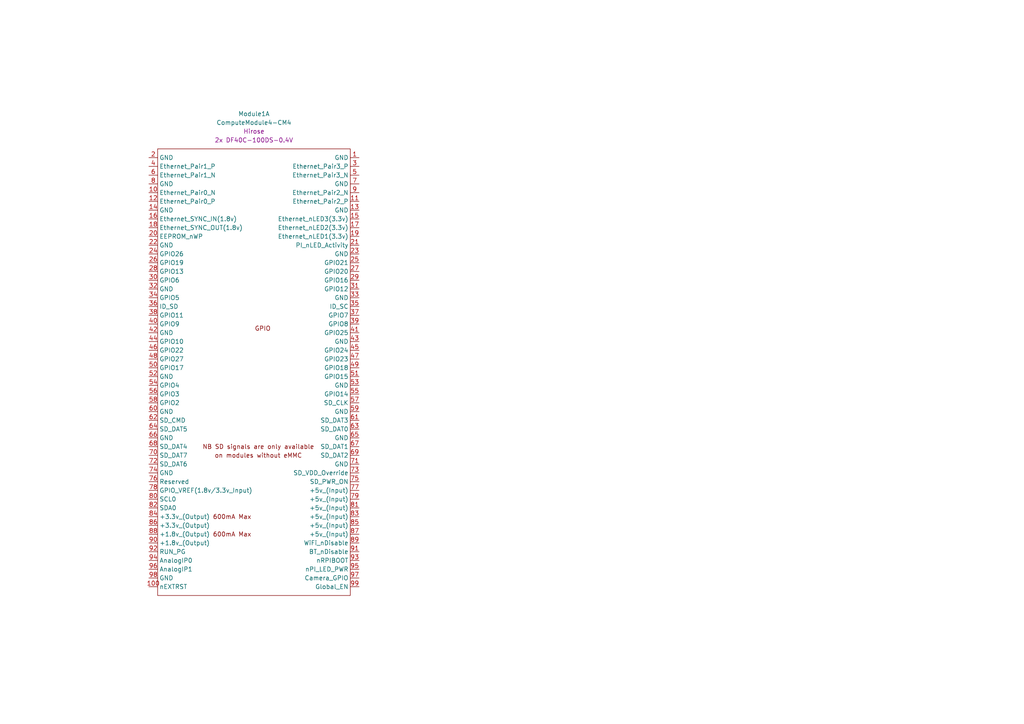
<source format=kicad_sch>
(kicad_sch (version 20201015) (generator eeschema)
  (page 1 3)
  (paper "A4")
  (title_block (title "Raspberry Pi Compute Module 4 Shoe Template") (date "2020-10-31") (rev "v01") (comment 2 "creativecommons.org/licenses/by-sa/4.0") (comment 3 "License: CC BY-SA 4.0") (comment 4 "Author: Shawn Hymel"))
  (lib_symbols
    (symbol "CM4IO:ComputeModule4-CM4"
      (property "Reference" "Module" (at 113.03 -68.58 0))
      (property "Value" "ComputeModule4-CM4" (at 140.97 2.54 0))
      (property "Field4" "Hirose" (at 0 0 0))
      (property "Field5" "2x DF40C-100DS-0.4V" (at 0 -2.54 0))
      (symbol "ComputeModule4-CM4_1_0"
        (text "GPIO" (at 0 6.35 0) (effects (font (size 1.27 1.27))))
      )
      (symbol "ComputeModule4-CM4_1_1"
        (text "600mA Max" (at -8.89 -53.34 0) (effects (font (size 1.27 1.27))))
        (text "600mA Max" (at -8.89 -48.26 0) (effects (font (size 1.27 1.27))))
        (text "NB SD signals are only available" (at -1.27 -27.94 0) (effects (font (size 1.27 1.27))))
        (text "on modules without eMMC" (at -1.27 -30.48 0) (effects (font (size 1.27 1.27))))
        (rectangle (start -30.48 -71.12) (end 25.4 58.42))
        (pin power_in line (at 27.94 55.88 180) (length 2.54) (name "GND") (number "1"))
        (pin passive line (at -33.02 45.72 0) (length 2.54) (name "Ethernet_Pair0_N") (number "10"))
        (pin output line (at -33.02 -68.58 0) (length 2.54) (name "nEXTRST") (number "100"))
        (pin passive line (at 27.94 43.18 180) (length 2.54) (name "Ethernet_Pair2_P") (number "11"))
        (pin passive line (at -33.02 43.18 0) (length 2.54) (name "Ethernet_Pair0_P") (number "12"))
        (pin power_in line (at 27.94 40.64 180) (length 2.54) (name "GND") (number "13"))
        (pin power_in line (at -33.02 40.64 0) (length 2.54) (name "GND") (number "14"))
        (pin output line (at 27.94 38.1 180) (length 2.54) (name "Ethernet_nLED3(3.3v)") (number "15"))
        (pin input line (at -33.02 38.1 0) (length 2.54) (name "Ethernet_SYNC_IN(1.8v)") (number "16"))
        (pin output line (at 27.94 35.56 180) (length 2.54) (name "Ethernet_nLED2(3.3v)") (number "17"))
        (pin input line (at -33.02 35.56 0) (length 2.54) (name "Ethernet_SYNC_OUT(1.8v)") (number "18"))
        (pin output line (at 27.94 33.02 180) (length 2.54) (name "Ethernet_nLED1(3.3v)") (number "19"))
        (pin power_in line (at -33.02 55.88 0) (length 2.54) (name "GND") (number "2"))
        (pin passive line (at -33.02 33.02 0) (length 2.54) (name "EEPROM_nWP") (number "20"))
        (pin open_collector line (at 27.94 30.48 180) (length 2.54) (name "PI_nLED_Activity") (number "21"))
        (pin power_in line (at -33.02 30.48 0) (length 2.54) (name "GND") (number "22"))
        (pin power_in line (at 27.94 27.94 180) (length 2.54) (name "GND") (number "23"))
        (pin passive line (at -33.02 27.94 0) (length 2.54) (name "GPIO26") (number "24"))
        (pin passive line (at 27.94 25.4 180) (length 2.54) (name "GPIO21") (number "25"))
        (pin passive line (at -33.02 25.4 0) (length 2.54) (name "GPIO19") (number "26"))
        (pin passive line (at 27.94 22.86 180) (length 2.54) (name "GPIO20") (number "27"))
        (pin passive line (at -33.02 22.86 0) (length 2.54) (name "GPIO13") (number "28"))
        (pin passive line (at 27.94 20.32 180) (length 2.54) (name "GPIO16") (number "29"))
        (pin passive line (at 27.94 53.34 180) (length 2.54) (name "Ethernet_Pair3_P") (number "3"))
        (pin passive line (at -33.02 20.32 0) (length 2.54) (name "GPIO6") (number "30"))
        (pin passive line (at 27.94 17.78 180) (length 2.54) (name "GPIO12") (number "31"))
        (pin power_in line (at -33.02 17.78 0) (length 2.54) (name "GND") (number "32"))
        (pin power_in line (at 27.94 15.24 180) (length 2.54) (name "GND") (number "33"))
        (pin passive line (at -33.02 15.24 0) (length 2.54) (name "GPIO5") (number "34"))
        (pin passive line (at 27.94 12.7 180) (length 2.54) (name "ID_SC") (number "35"))
        (pin passive line (at -33.02 12.7 0) (length 2.54) (name "ID_SD") (number "36"))
        (pin passive line (at 27.94 10.16 180) (length 2.54) (name "GPIO7") (number "37"))
        (pin passive line (at -33.02 10.16 0) (length 2.54) (name "GPIO11") (number "38"))
        (pin passive line (at 27.94 7.62 180) (length 2.54) (name "GPIO8") (number "39"))
        (pin passive line (at -33.02 53.34 0) (length 2.54) (name "Ethernet_Pair1_P") (number "4"))
        (pin passive line (at -33.02 7.62 0) (length 2.54) (name "GPIO9") (number "40"))
        (pin passive line (at 27.94 5.08 180) (length 2.54) (name "GPIO25") (number "41"))
        (pin power_in line (at -33.02 5.08 0) (length 2.54) (name "GND") (number "42"))
        (pin power_in line (at 27.94 2.54 180) (length 2.54) (name "GND") (number "43"))
        (pin passive line (at -33.02 2.54 0) (length 2.54) (name "GPIO10") (number "44"))
        (pin passive line (at 27.94 0 180) (length 2.54) (name "GPIO24") (number "45"))
        (pin passive line (at -33.02 0 0) (length 2.54) (name "GPIO22") (number "46"))
        (pin passive line (at 27.94 -2.54 180) (length 2.54) (name "GPIO23") (number "47"))
        (pin passive line (at -33.02 -2.54 0) (length 2.54) (name "GPIO27") (number "48"))
        (pin passive line (at 27.94 -5.08 180) (length 2.54) (name "GPIO18") (number "49"))
        (pin passive line (at 27.94 50.8 180) (length 2.54) (name "Ethernet_Pair3_N") (number "5"))
        (pin passive line (at -33.02 -5.08 0) (length 2.54) (name "GPIO17") (number "50"))
        (pin passive line (at 27.94 -7.62 180) (length 2.54) (name "GPIO15") (number "51"))
        (pin power_in line (at -33.02 -7.62 0) (length 2.54) (name "GND") (number "52"))
        (pin power_in line (at 27.94 -10.16 180) (length 2.54) (name "GND") (number "53"))
        (pin passive line (at -33.02 -10.16 0) (length 2.54) (name "GPIO4") (number "54"))
        (pin passive line (at 27.94 -12.7 180) (length 2.54) (name "GPIO14") (number "55"))
        (pin passive line (at -33.02 -12.7 0) (length 2.54) (name "GPIO3") (number "56"))
        (pin passive line (at 27.94 -15.24 180) (length 2.54) (name "SD_CLK") (number "57"))
        (pin passive line (at -33.02 -15.24 0) (length 2.54) (name "GPIO2") (number "58"))
        (pin power_in line (at 27.94 -17.78 180) (length 2.54) (name "GND") (number "59"))
        (pin passive line (at -33.02 50.8 0) (length 2.54) (name "Ethernet_Pair1_N") (number "6"))
        (pin power_in line (at -33.02 -17.78 0) (length 2.54) (name "GND") (number "60"))
        (pin passive line (at 27.94 -20.32 180) (length 2.54) (name "SD_DAT3") (number "61"))
        (pin passive line (at -33.02 -20.32 0) (length 2.54) (name "SD_CMD") (number "62"))
        (pin passive line (at 27.94 -22.86 180) (length 2.54) (name "SD_DAT0") (number "63"))
        (pin passive line (at -33.02 -22.86 0) (length 2.54) (name "SD_DAT5") (number "64"))
        (pin power_in line (at 27.94 -25.4 180) (length 2.54) (name "GND") (number "65"))
        (pin power_in line (at -33.02 -25.4 0) (length 2.54) (name "GND") (number "66"))
        (pin passive line (at 27.94 -27.94 180) (length 2.54) (name "SD_DAT1") (number "67"))
        (pin passive line (at -33.02 -27.94 0) (length 2.54) (name "SD_DAT4") (number "68"))
        (pin passive line (at 27.94 -30.48 180) (length 2.54) (name "SD_DAT2") (number "69"))
        (pin power_in line (at 27.94 48.26 180) (length 2.54) (name "GND") (number "7"))
        (pin passive line (at -33.02 -30.48 0) (length 2.54) (name "SD_DAT7") (number "70"))
        (pin power_in line (at 27.94 -33.02 180) (length 2.54) (name "GND") (number "71"))
        (pin passive line (at -33.02 -33.02 0) (length 2.54) (name "SD_DAT6") (number "72"))
        (pin input line (at 27.94 -35.56 180) (length 2.54) (name "SD_VDD_Override") (number "73"))
        (pin power_in line (at -33.02 -35.56 0) (length 2.54) (name "GND") (number "74"))
        (pin output line (at 27.94 -38.1 180) (length 2.54) (name "SD_PWR_ON") (number "75"))
        (pin passive line (at -33.02 -38.1 0) (length 2.54) (name "Reserved") (number "76"))
        (pin power_in line (at 27.94 -40.64 180) (length 2.54) (name "+5v_(Input)") (number "77"))
        (pin power_in line (at -33.02 -40.64 0) (length 2.54) (name "GPIO_VREF(1.8v/3.3v_Input)") (number "78"))
        (pin power_in line (at 27.94 -43.18 180) (length 2.54) (name "+5v_(Input)") (number "79"))
        (pin power_in line (at -33.02 48.26 0) (length 2.54) (name "GND") (number "8"))
        (pin passive line (at -33.02 -43.18 0) (length 2.54) (name "SCL0") (number "80"))
        (pin power_in line (at 27.94 -45.72 180) (length 2.54) (name "+5v_(Input)") (number "81"))
        (pin passive line (at -33.02 -45.72 0) (length 2.54) (name "SDA0") (number "82"))
        (pin power_in line (at 27.94 -48.26 180) (length 2.54) (name "+5v_(Input)") (number "83"))
        (pin power_out line (at -33.02 -48.26 0) (length 2.54) (name "+3.3v_(Output)") (number "84"))
        (pin power_in line (at 27.94 -50.8 180) (length 2.54) (name "+5v_(Input)") (number "85"))
        (pin power_out line (at -33.02 -50.8 0) (length 2.54) (name "+3.3v_(Output)") (number "86"))
        (pin power_in line (at 27.94 -53.34 180) (length 2.54) (name "+5v_(Input)") (number "87"))
        (pin power_out line (at -33.02 -53.34 0) (length 2.54) (name "+1.8v_(Output)") (number "88"))
        (pin power_in line (at 27.94 -55.88 180) (length 2.54) (name "WiFi_nDisable") (number "89"))
        (pin passive line (at 27.94 45.72 180) (length 2.54) (name "Ethernet_Pair2_N") (number "9"))
        (pin power_out line (at -33.02 -55.88 0) (length 2.54) (name "+1.8v_(Output)") (number "90"))
        (pin power_in line (at 27.94 -58.42 180) (length 2.54) (name "BT_nDisable") (number "91"))
        (pin passive line (at -33.02 -58.42 0) (length 2.54) (name "RUN_PG") (number "92"))
        (pin input line (at 27.94 -60.96 180) (length 2.54) (name "nRPIBOOT") (number "93"))
        (pin passive line (at -33.02 -60.96 0) (length 2.54) (name "AnalogIP0") (number "94"))
        (pin output line (at 27.94 -63.5 180) (length 2.54) (name "nPI_LED_PWR") (number "95"))
        (pin passive line (at -33.02 -63.5 0) (length 2.54) (name "AnalogIP1") (number "96"))
        (pin passive line (at 27.94 -66.04 180) (length 2.54) (name "Camera_GPIO") (number "97"))
        (pin power_in line (at -33.02 -66.04 0) (length 2.54) (name "GND") (number "98"))
        (pin input line (at 27.94 -68.58 180) (length 2.54) (name "Global_EN") (number "99"))
      )
      (symbol "ComputeModule4-CM4_2_1"
        (text "High Speed Serial" (at 140.97 0 0) (effects (font (size 1.27 1.27))))
        (rectangle (start 114.3 -66.04) (end 165.1 63.5))
        (pin input line (at 170.18 60.96 180) (length 5.08) (name "USB_OTG_ID") (number "101"))
        (pin input line (at 109.22 60.96 0) (length 5.08) (name "PCIe_CLK_nREQ") (number "102"))
        (pin passive line (at 170.18 58.42 180) (length 5.08) (name "USB2_N") (number "103"))
        (pin passive line (at 109.22 58.42 0) (length 5.08) (name "Reserved") (number "104"))
        (pin passive line (at 170.18 55.88 180) (length 5.08) (name "USB2_P") (number "105"))
        (pin passive line (at 109.22 55.88 0) (length 5.08) (name "Reserved") (number "106"))
        (pin power_in line (at 170.18 53.34 180) (length 5.08) (name "GND") (number "107"))
        (pin power_in line (at 109.22 53.34 0) (length 5.08) (name "GND") (number "108"))
        (pin bidirectional line (at 170.18 50.8 180) (length 5.08) (name "PCIe_nRST") (number "109"))
        (pin output line (at 109.22 50.8 0) (length 5.08) (name "PCIe_CLK_P") (number "110"))
        (pin passive line (at 170.18 48.26 180) (length 5.08) (name "VDAC_COMP") (number "111"))
        (pin output line (at 109.22 48.26 0) (length 5.08) (name "PCIe_CLK_N") (number "112"))
        (pin power_in line (at 170.18 45.72 180) (length 5.08) (name "GND") (number "113"))
        (pin power_in line (at 109.22 45.72 0) (length 5.08) (name "GND") (number "114"))
        (pin input line (at 170.18 43.18 180) (length 5.08) (name "CAM1_D0_N") (number "115"))
        (pin input line (at 109.22 43.18 0) (length 5.08) (name "PCIe_RX_P") (number "116"))
        (pin input line (at 170.18 40.64 180) (length 5.08) (name "CAM1_D0_P") (number "117"))
        (pin input line (at 109.22 40.64 0) (length 5.08) (name "PCIe_RX_N") (number "118"))
        (pin power_in line (at 170.18 38.1 180) (length 5.08) (name "GND") (number "119"))
        (pin power_in line (at 109.22 38.1 0) (length 5.08) (name "GND") (number "120"))
        (pin input line (at 170.18 35.56 180) (length 5.08) (name "CAM1_D1_N") (number "121"))
        (pin output line (at 109.22 35.56 0) (length 5.08) (name "PCIe_TX_P") (number "122"))
        (pin input line (at 170.18 33.02 180) (length 5.08) (name "CAM1_D1_P") (number "123"))
        (pin output line (at 109.22 33.02 0) (length 5.08) (name "PCIe_TX_N") (number "124"))
        (pin power_in line (at 170.18 30.48 180) (length 5.08) (name "GND") (number "125"))
        (pin power_in line (at 109.22 30.48 0) (length 5.08) (name "GND") (number "126"))
        (pin input line (at 170.18 27.94 180) (length 5.08) (name "CAM1_C_N") (number "127"))
        (pin input line (at 109.22 27.94 0) (length 5.08) (name "CAM0_D0_N") (number "128"))
        (pin input line (at 170.18 25.4 180) (length 5.08) (name "CAM1_C_P") (number "129"))
        (pin input line (at 109.22 25.4 0) (length 5.08) (name "CAM0_D0_P") (number "130"))
        (pin power_in line (at 170.18 22.86 180) (length 5.08) (name "GND") (number "131"))
        (pin power_in line (at 109.22 22.86 0) (length 5.08) (name "GND") (number "132"))
        (pin input line (at 170.18 20.32 180) (length 5.08) (name "CAM1_D2_N") (number "133"))
        (pin input line (at 109.22 20.32 0) (length 5.08) (name "CAM0_D1_N") (number "134"))
        (pin input line (at 170.18 17.78 180) (length 5.08) (name "CAM1_D2_P") (number "135"))
        (pin input line (at 109.22 17.78 0) (length 5.08) (name "CAM0_D1_P") (number "136"))
        (pin power_in line (at 170.18 15.24 180) (length 5.08) (name "GND") (number "137"))
        (pin power_in line (at 109.22 15.24 0) (length 5.08) (name "GND") (number "138"))
        (pin input line (at 170.18 12.7 180) (length 5.08) (name "CAM1_D3_N") (number "139"))
        (pin input line (at 109.22 12.7 0) (length 5.08) (name "CAM0_C_N") (number "140"))
        (pin input line (at 170.18 10.16 180) (length 5.08) (name "CAM1_D3_P") (number "141"))
        (pin input line (at 109.22 10.16 0) (length 5.08) (name "CAM0_C_P") (number "142"))
        (pin input line (at 170.18 7.62 180) (length 5.08) (name "HDMI1_HOTPLUG") (number "143"))
        (pin power_in line (at 109.22 7.62 0) (length 5.08) (name "GND") (number "144"))
        (pin bidirectional line (at 170.18 5.08 180) (length 5.08) (name "HDMI1_SDA") (number "145"))
        (pin output line (at 109.22 5.08 0) (length 5.08) (name "HDMI1_TX2_P") (number "146"))
        (pin open_collector line (at 170.18 2.54 180) (length 5.08) (name "HDMI1_SCL") (number "147"))
        (pin output line (at 109.22 2.54 0) (length 5.08) (name "HDMI1_TX2_N") (number "148"))
        (pin open_collector line (at 170.18 0 180) (length 5.08) (name "HDMI1_CEC") (number "149"))
        (pin power_in line (at 109.22 0 0) (length 5.08) (name "GND") (number "150"))
        (pin open_collector line (at 170.18 -2.54 180) (length 5.08) (name "HDMI0_CEC") (number "151"))
        (pin output line (at 109.22 -2.54 0) (length 5.08) (name "HDMI1_TX1_P") (number "152"))
        (pin input line (at 170.18 -5.08 180) (length 5.08) (name "HDMI0_HOTPLUG") (number "153"))
        (pin output line (at 109.22 -5.08 0) (length 5.08) (name "HDMI1_TX1_N") (number "154"))
        (pin power_in line (at 170.18 -7.62 180) (length 5.08) (name "GND") (number "155"))
        (pin power_in line (at 109.22 -7.62 0) (length 5.08) (name "GND") (number "156"))
        (pin output line (at 170.18 -10.16 180) (length 5.08) (name "DSI0_D0_N") (number "157"))
        (pin output line (at 109.22 -10.16 0) (length 5.08) (name "HDMI1_TX0_P") (number "158"))
        (pin output line (at 170.18 -12.7 180) (length 5.08) (name "DSI0_D0_P") (number "159"))
        (pin output line (at 109.22 -12.7 0) (length 5.08) (name "HDMI1_TX0_N") (number "160"))
        (pin power_in line (at 170.18 -15.24 180) (length 5.08) (name "GND") (number "161"))
        (pin power_in line (at 109.22 -15.24 0) (length 5.08) (name "GND") (number "162"))
        (pin output line (at 170.18 -17.78 180) (length 5.08) (name "DSI0_D1_N") (number "163"))
        (pin output line (at 109.22 -17.78 0) (length 5.08) (name "HDMI1_CLK_P") (number "164"))
        (pin output line (at 170.18 -20.32 180) (length 5.08) (name "DSI0_D1_P") (number "165"))
        (pin output line (at 109.22 -20.32 0) (length 5.08) (name "HDMI1_CLK_N") (number "166"))
        (pin power_in line (at 170.18 -22.86 180) (length 5.08) (name "GND") (number "167"))
        (pin power_in line (at 109.22 -22.86 0) (length 5.08) (name "GND") (number "168"))
        (pin output line (at 170.18 -25.4 180) (length 5.08) (name "DSI0_C_N") (number "169"))
        (pin output line (at 109.22 -25.4 0) (length 5.08) (name "HDMI0_TX2_P") (number "170"))
        (pin output line (at 170.18 -27.94 180) (length 5.08) (name "DSI0_C_P") (number "171"))
        (pin output line (at 109.22 -27.94 0) (length 5.08) (name "HDMI0_TX2_N") (number "172"))
        (pin power_in line (at 170.18 -30.48 180) (length 5.08) (name "GND") (number "173"))
        (pin power_in line (at 109.22 -30.48 0) (length 5.08) (name "GND") (number "174"))
        (pin output line (at 170.18 -33.02 180) (length 5.08) (name "DSI1_D0_N") (number "175"))
        (pin output line (at 109.22 -33.02 0) (length 5.08) (name "HDMI0_TX1_P") (number "176"))
        (pin output line (at 170.18 -35.56 180) (length 5.08) (name "DSI1_D0_P") (number "177"))
        (pin output line (at 109.22 -35.56 0) (length 5.08) (name "HDMI0_TX1_N") (number "178"))
        (pin power_in line (at 170.18 -38.1 180) (length 5.08) (name "GND") (number "179"))
        (pin power_in line (at 109.22 -38.1 0) (length 5.08) (name "GND") (number "180"))
        (pin output line (at 170.18 -40.64 180) (length 5.08) (name "DSI1_D1_N") (number "181"))
        (pin output line (at 109.22 -40.64 0) (length 5.08) (name "HDMI0_TX0_P") (number "182"))
        (pin output line (at 170.18 -43.18 180) (length 5.08) (name "DSI1_D1_P") (number "183"))
        (pin output line (at 109.22 -43.18 0) (length 5.08) (name "HDMI0_TX0_N") (number "184"))
        (pin power_in line (at 170.18 -45.72 180) (length 5.08) (name "GND") (number "185"))
        (pin power_in line (at 109.22 -45.72 0) (length 5.08) (name "GND") (number "186"))
        (pin output line (at 170.18 -48.26 180) (length 5.08) (name "DSI1_C_N") (number "187"))
        (pin output line (at 109.22 -48.26 0) (length 5.08) (name "HDMI0_CLK_P") (number "188"))
        (pin output line (at 170.18 -50.8 180) (length 5.08) (name "DSI1_C_P") (number "189"))
        (pin output line (at 109.22 -50.8 0) (length 5.08) (name "HDMI0_CLK_N") (number "190"))
        (pin power_in line (at 170.18 -53.34 180) (length 5.08) (name "GND") (number "191"))
        (pin power_in line (at 109.22 -53.34 0) (length 5.08) (name "GND") (number "192"))
        (pin output line (at 170.18 -55.88 180) (length 5.08) (name "DSI1_D2_N") (number "193"))
        (pin output line (at 109.22 -55.88 0) (length 5.08) (name "DSI1_D3_N") (number "194"))
        (pin output line (at 170.18 -58.42 180) (length 5.08) (name "DSI1_D2_P") (number "195"))
        (pin output line (at 109.22 -58.42 0) (length 5.08) (name "DSI1_D3_P") (number "196"))
        (pin power_in line (at 170.18 -60.96 180) (length 5.08) (name "GND") (number "197"))
        (pin power_in line (at 109.22 -60.96 0) (length 5.08) (name "GND") (number "198"))
        (pin bidirectional line (at 170.18 -63.5 180) (length 5.08) (name "HDMI0_SDA") (number "199"))
        (pin open_collector line (at 109.22 -63.5 0) (length 5.08) (name "HDMI0_SCL") (number "200"))
      )
    )
  )
  (symbol (lib_id "CM4IO:ComputeModule4-CM4") (at 76.2 101.6 0) (unit 1)
    (property "Reference" "Module1" (at 73.66 33.02 0))
    (property "Value" "ComputeModule4-CM4" (at 73.66 35.56 0))
    (property "Footprint" "CM4IO:Raspberry-Pi-4-Compute-Module" (effects hide))
    (property "Field4" "Hirose" (at 73.66 38.1 0))
    (property "Field5" "2x DF40C-100DS-0.4V" (at 73.66 40.64 0))
    (property "Digi-Key_PN" "2x H11615CT-ND" (effects hide))
    (property "Digi-Key_PN (Alt)" "2x H124602CT-ND" (effects hide))
  )
)
</source>
